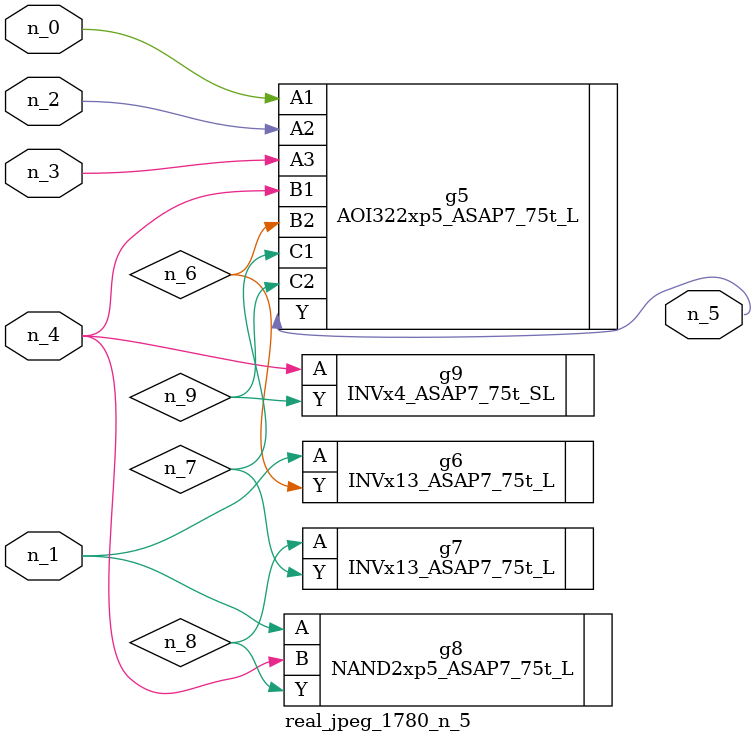
<source format=v>
module real_jpeg_1780_n_5 (n_4, n_0, n_1, n_2, n_3, n_5);

input n_4;
input n_0;
input n_1;
input n_2;
input n_3;

output n_5;

wire n_8;
wire n_6;
wire n_7;
wire n_9;

AOI322xp5_ASAP7_75t_L g5 ( 
.A1(n_0),
.A2(n_2),
.A3(n_3),
.B1(n_4),
.B2(n_6),
.C1(n_7),
.C2(n_9),
.Y(n_5)
);

INVx13_ASAP7_75t_L g6 ( 
.A(n_1),
.Y(n_6)
);

NAND2xp5_ASAP7_75t_L g8 ( 
.A(n_1),
.B(n_4),
.Y(n_8)
);

INVx4_ASAP7_75t_SL g9 ( 
.A(n_4),
.Y(n_9)
);

INVx13_ASAP7_75t_L g7 ( 
.A(n_8),
.Y(n_7)
);


endmodule
</source>
